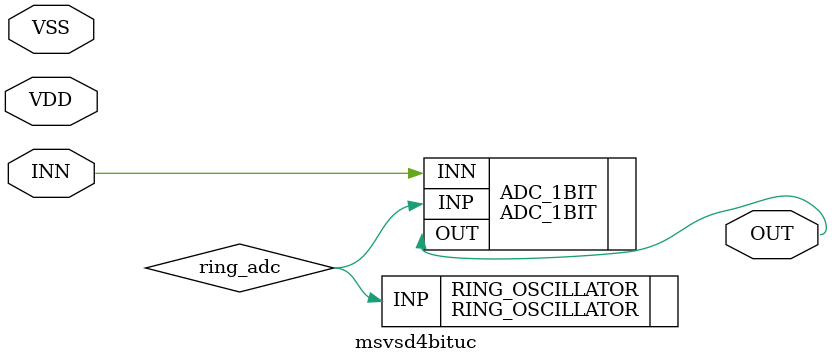
<source format=v>
module msvsd4bituc(
    input VDD,
    input VSS,
    input INN,
    output OUT
);

wire ring_adc;

RING_OSCILLATOR RING_OSCILLATOR (
    .INP(ring_adc)
);

ADC_1BIT ADC_1BIT (
    .OUT(OUT),
    .INN(INN),
    .INP(ring_adc)
);

endmodule


</source>
